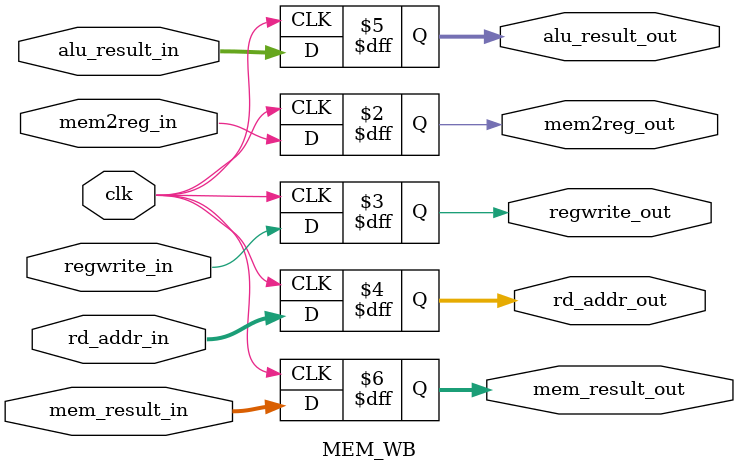
<source format=v>



module IF_ID (
    clk,
    instruction_in,
    instruction_out,
);
    
input                   clk;
input           [31:0]  instruction_in;
output  reg     [31:0]  instruction_out;

always @(posedge clk) begin
    instruction_out <= instruction_in;
end

endmodule


module ID_EXE (
    clk, 
    rs1_in, rs2_in, rs1_addr_in, rs2_addr_in, rd_addr_in, imm_in, aluctrl_in, alusrc_in, memwrite_in, memread_in, mem2reg_in, regwrite_in,
    rs1_out, rs2_out, rs1_addr_out, rs2_addr_out, rd_addr_out, imm_out, aluctrl_out, alusrc_out, memwrite_out, memread_out, mem2reg_out, regwrite_out);

input           clk;
input           alusrc_in, memread_in, memwrite_in, mem2reg_in, regwrite_in;
input   [3:0]   aluctrl_in;
input   [4:0]   rs1_addr_in, rs2_addr_in, rd_addr_in;
input   [31:0]  rs1_in, rs2_in, imm_in;

output  reg             alusrc_out, memread_out, memwrite_out, mem2reg_out, regwrite_out;
output  reg     [3:0]   aluctrl_out;
output  reg     [4:0]   rs1_addr_out, rs2_addr_out,rd_addr_out;
output  reg     [31:0]  rs1_out, rs2_out, imm_out;


always @(posedge clk) begin
    rs1_out         <=  rs1_in;
    rs2_out         <=  rs2_in;
    rs1_addr_out    <=  rs1_addr_in;
    rs2_addr_out    <=  rs2_addr_in;
    rd_addr_out     <=  rd_addr_in;
    imm_out         <=  imm_in;

    alusrc_out      <=  alusrc_in;
    aluctrl_out     <=  aluctrl_in;
    memwrite_out    <=  memwrite_in;
    memread_out     <=  memread_in;
    mem2reg_out     <=  mem2reg_in;
    regwrite_out    <=  regwrite_in;
end

endmodule


module EXE_MEM (
    clk,
    alu_result_in, memwrite_addr_in, rd_addr_in, memread_in, memwrite_in, mem2reg_in, regwrite_in,
    alu_result_out, memwrite_addr_out, rd_addr_out, memread_out, memwrite_out, mem2reg_out, regwrite_out
);

input           clk;
input           memread_in, memwrite_in, mem2reg_in, regwrite_in;
input   [4:0]   rd_addr_in;
input   [31:0]  alu_result_in, memwrite_addr_in;

output  reg             memread_out, memwrite_out, mem2reg_out, regwrite_out;
output  reg     [4:0]   rd_addr_out;
output  reg     [31:0]  alu_result_out, memwrite_addr_out;

always @(posedge clk) begin
    memread_out         <=  memread_in;
    memwrite_out        <=  memwrite_in;
    mem2reg_out         <=  mem2reg_in;
    regwrite_out        <=  regwrite_in;

    memwrite_addr_out   <=  memwrite_addr_in;
    rd_addr_out         <=  rd_addr_in;
    alu_result_out      <=  alu_result_in;
end

endmodule


module MEM_WB (
    clk, 
    mem2reg_in, regwrite_in, rd_addr_in, alu_result_in, mem_result_in, 
    mem2reg_out, regwrite_out, rd_addr_out, alu_result_out, mem_result_out
);

input           clk;
input           mem2reg_in, regwrite_in;
input   [4:0]   rd_addr_in;
input   [31:0]  alu_result_in, mem_result_in;

output  reg        mem2reg_out, regwrite_out;
output  reg [4:0]   rd_addr_out;
output  reg [31:0]  alu_result_out, mem_result_out;

always @(posedge clk) begin
    mem2reg_out     <=  mem2reg_in;
    regwrite_out    <=  regwrite_in;
    rd_addr_out     <=  rd_addr_in;
    alu_result_out  <=  alu_result_in;
    mem_result_out  <=  mem_result_in;
end

endmodule
</source>
